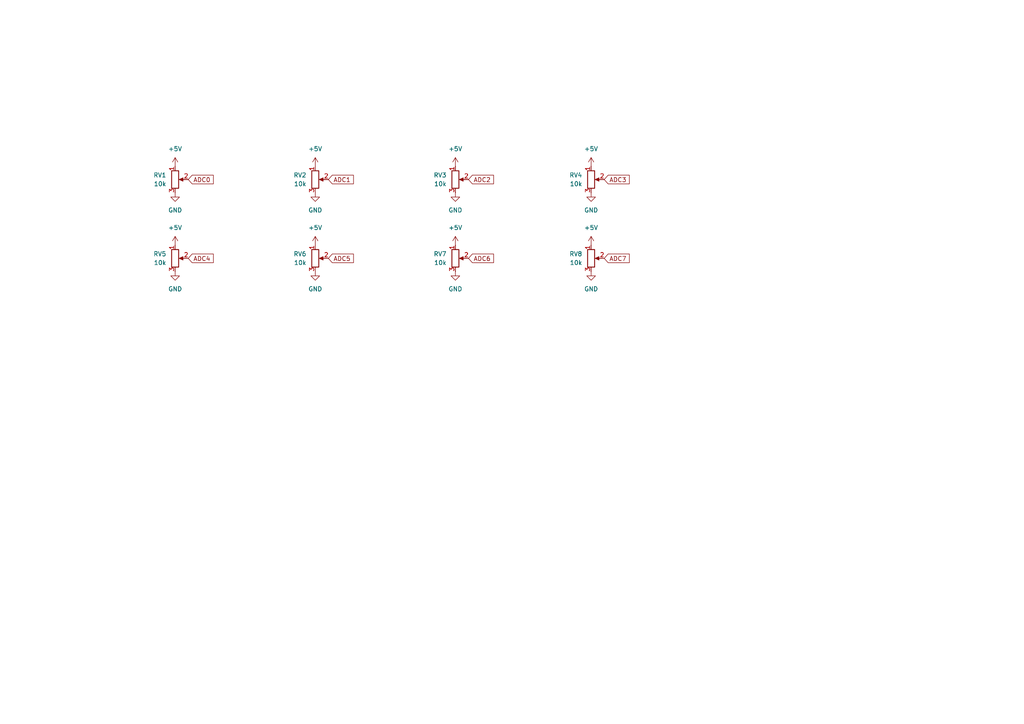
<source format=kicad_sch>
(kicad_sch (version 20231120) (generator "eeschema") (generator_version "8.0")
  (paper "A4")
  (lib_symbols
    (symbol "Device:R_Potentiometer" (pin_names (offset 1.016) hide)
      (property "Reference" "RV" (at -4.445 0 90))
      (property "Value" "R_Potentiometer" (at -2.54 0 90))
      (symbol "R_Potentiometer_0_1"
        (polyline (pts (xy 2.54 0) (xy 1.524 0)))
        (polyline (pts (xy 1.143 0) (xy 2.286 0.508) (xy 2.286 -0.508) (xy 1.143 0)) (fill (type outline)))
        (rectangle (start 1.016 2.54) (end -1.016 -2.54) (stroke (width 0.254)))
      )
      (symbol "R_Potentiometer_1_1"
        (pin passive line (at 0 3.81 270) (length 1.27) (name "1") (number "1"))
        (pin passive line (at 3.81 0 180) (length 1.27) (name "2") (number "2"))
        (pin passive line (at 0 -3.81 90) (length 1.27) (name "3") (number "3"))
      )
    )
    (symbol "power:+5V" (power) (pin_numbers hide) (pin_names (offset 0) hide)
      (property "Value" "+5V" (at 0 3.556 0))
      (symbol "+5V_0_1"
        (polyline (pts (xy -0.762 1.27) (xy 0 2.54)))
        (polyline (pts (xy 0 0) (xy 0 2.54)))
        (polyline (pts (xy 0 2.54) (xy 0.762 1.27)))
      )
      (symbol "+5V_1_1"
        (pin power_in line (at 0 0 90) (length 0) (name "~") (number "1"))
      )
    )
    (symbol "power:GND" (power) (pin_numbers hide) (pin_names (offset 0) hide)
      (property "Value" "GND" (at 0 -3.81 0))
      (symbol "GND_0_1"
        (polyline (pts (xy 0 0) (xy 0 -1.27) (xy 1.27 -1.27) (xy 0 -2.54) (xy -1.27 -1.27) (xy 0 -1.27)))
      )
      (symbol "GND_1_1"
        (pin power_in line (at 0 0 270) (length 0) (name "~") (number "1"))
      )
    )
  )
  (global_label "ADC4" (shape input) (at 54.61 74.93 0) (property "Intersheetrefs" "${INTERSHEET_REFS}" (effects (hide yes))))
  (global_label "ADC3" (shape input) (at 175.26 52.07 0) (property "Intersheetrefs" "${INTERSHEET_REFS}" (effects (hide yes))))
  (global_label "ADC6" (shape input) (at 135.89 74.93 0) (property "Intersheetrefs" "${INTERSHEET_REFS}" (effects (hide yes))))
  (global_label "ADC0" (shape input) (at 54.61 52.07 0) (property "Intersheetrefs" "${INTERSHEET_REFS}" (effects (hide yes))))
  (global_label "ADC5" (shape input) (at 95.25 74.93 0) (property "Intersheetrefs" "${INTERSHEET_REFS}" (effects (hide yes))))
  (global_label "ADC1" (shape input) (at 95.25 52.07 0) (property "Intersheetrefs" "${INTERSHEET_REFS}" (effects (hide yes))))
  (global_label "ADC7" (shape input) (at 175.26 74.93 0) (property "Intersheetrefs" "${INTERSHEET_REFS}" (effects (hide yes))))
  (global_label "ADC2" (shape input) (at 135.89 52.07 0) (property "Intersheetrefs" "${INTERSHEET_REFS}" (effects (hide yes))))
  (symbol (lib_id "Device:R_Potentiometer") (at 171.45 52.07 0) (unit 1)
    (property "Reference" "RV4" (at 168.91 50.7999 0) (effects (justify right)))
    (property "Value" "10k" (at 168.91 53.3399 0) (effects (justify right)))
    (property "Footprint" "Potentiometer_THT:Potentiometer_Bourns_3296W_Vertical" (effects (hide yes)))
    (property "Description" "Potentiometer" (effects (hide yes)))
  )
  (symbol (lib_id "power:+5V") (at 91.44 71.12 0) (unit 1)
    (property "Reference" "#PWR043" (effects (hide yes)))
    (property "Value" "+5V" (at 91.44 66.04 0))
    (property "Description" "Power symbol creates a global label with name \"+5V\"" (effects (hide yes)))
  )
  (symbol (lib_id "Device:R_Potentiometer") (at 91.44 74.93 0) (unit 1)
    (property "Reference" "RV6" (at 88.9 73.6599 0) (effects (justify right)))
    (property "Value" "10k" (at 88.9 76.1999 0) (effects (justify right)))
    (property "Footprint" "Potentiometer_THT:Potentiometer_Bourns_3296W_Vertical" (effects (hide yes)))
    (property "Description" "Potentiometer" (effects (hide yes)))
  )
  (symbol (lib_id "Device:R_Potentiometer") (at 132.08 74.93 0) (unit 1)
    (property "Reference" "RV7" (at 129.54 73.6599 0) (effects (justify right)))
    (property "Value" "10k" (at 129.54 76.1999 0) (effects (justify right)))
    (property "Footprint" "Potentiometer_THT:Potentiometer_Bourns_3296W_Vertical" (effects (hide yes)))
    (property "Description" "Potentiometer" (effects (hide yes)))
  )
  (symbol (lib_id "power:GND") (at 91.44 55.88 0) (unit 1)
    (property "Reference" "#PWR039" (effects (hide yes)))
    (property "Value" "GND" (at 91.44 60.96 0))
    (property "Description" "Power symbol creates a global label with name \"GND\" , ground" (effects (hide yes)))
  )
  (symbol (lib_id "power:GND") (at 132.08 55.88 0) (unit 1)
    (property "Reference" "#PWR040" (effects (hide yes)))
    (property "Value" "GND" (at 132.08 60.96 0))
    (property "Description" "Power symbol creates a global label with name \"GND\" , ground" (effects (hide yes)))
  )
  (symbol (lib_id "power:+5V") (at 50.8 48.26 0) (unit 1)
    (property "Reference" "#PWR034" (effects (hide yes)))
    (property "Value" "+5V" (at 50.8 43.18 0))
    (property "Description" "Power symbol creates a global label with name \"+5V\"" (effects (hide yes)))
  )
  (symbol (lib_id "power:+5V") (at 171.45 71.12 0) (unit 1)
    (property "Reference" "#PWR045" (effects (hide yes)))
    (property "Value" "+5V" (at 171.45 66.04 0))
    (property "Description" "Power symbol creates a global label with name \"+5V\"" (effects (hide yes)))
  )
  (symbol (lib_id "Device:R_Potentiometer") (at 50.8 52.07 0) (unit 1)
    (property "Reference" "RV1" (at 48.26 50.7999 0) (effects (justify right)))
    (property "Value" "10k" (at 48.26 53.3399 0) (effects (justify right)))
    (property "Footprint" "Potentiometer_THT:Potentiometer_Bourns_3296W_Vertical" (effects (hide yes)))
    (property "Description" "Potentiometer" (effects (hide yes)))
  )
  (symbol (lib_id "power:+5V") (at 132.08 71.12 0) (unit 1)
    (property "Reference" "#PWR044" (effects (hide yes)))
    (property "Value" "+5V" (at 132.08 66.04 0))
    (property "Description" "Power symbol creates a global label with name \"+5V\"" (effects (hide yes)))
  )
  (symbol (lib_id "Device:R_Potentiometer") (at 50.8 74.93 0) (unit 1)
    (property "Reference" "RV5" (at 48.26 73.6599 0) (effects (justify right)))
    (property "Value" "10k" (at 48.26 76.1999 0) (effects (justify right)))
    (property "Footprint" "Potentiometer_THT:Potentiometer_Bourns_3296W_Vertical" (effects (hide yes)))
    (property "Description" "Potentiometer" (effects (hide yes)))
  )
  (symbol (lib_id "power:GND") (at 171.45 55.88 0) (unit 1)
    (property "Reference" "#PWR041" (effects (hide yes)))
    (property "Value" "GND" (at 171.45 60.96 0))
    (property "Description" "Power symbol creates a global label with name \"GND\" , ground" (effects (hide yes)))
  )
  (symbol (lib_id "Device:R_Potentiometer") (at 132.08 52.07 0) (unit 1)
    (property "Reference" "RV3" (at 129.54 50.7999 0) (effects (justify right)))
    (property "Value" "10k" (at 129.54 53.3399 0) (effects (justify right)))
    (property "Footprint" "Potentiometer_THT:Potentiometer_Bourns_3296W_Vertical" (effects (hide yes)))
    (property "Description" "Potentiometer" (effects (hide yes)))
  )
  (symbol (lib_id "power:+5V") (at 132.08 48.26 0) (unit 1)
    (property "Reference" "#PWR036" (effects (hide yes)))
    (property "Value" "+5V" (at 132.08 43.18 0))
    (property "Description" "Power symbol creates a global label with name \"+5V\"" (effects (hide yes)))
  )
  (symbol (lib_id "power:GND") (at 91.44 78.74 0) (unit 1)
    (property "Reference" "#PWR047" (effects (hide yes)))
    (property "Value" "GND" (at 91.44 83.82 0))
    (property "Description" "Power symbol creates a global label with name \"GND\" , ground" (effects (hide yes)))
  )
  (symbol (lib_id "power:GND") (at 171.45 78.74 0) (unit 1)
    (property "Reference" "#PWR049" (effects (hide yes)))
    (property "Value" "GND" (at 171.45 83.82 0))
    (property "Description" "Power symbol creates a global label with name \"GND\" , ground" (effects (hide yes)))
  )
  (symbol (lib_id "power:+5V") (at 50.8 71.12 0) (unit 1)
    (property "Reference" "#PWR042" (effects (hide yes)))
    (property "Value" "+5V" (at 50.8 66.04 0))
    (property "Description" "Power symbol creates a global label with name \"+5V\"" (effects (hide yes)))
  )
  (symbol (lib_id "power:GND") (at 132.08 78.74 0) (unit 1)
    (property "Reference" "#PWR048" (effects (hide yes)))
    (property "Value" "GND" (at 132.08 83.82 0))
    (property "Description" "Power symbol creates a global label with name \"GND\" , ground" (effects (hide yes)))
  )
  (symbol (lib_id "power:+5V") (at 91.44 48.26 0) (unit 1)
    (property "Reference" "#PWR035" (effects (hide yes)))
    (property "Value" "+5V" (at 91.44 43.18 0))
    (property "Description" "Power symbol creates a global label with name \"+5V\"" (effects (hide yes)))
  )
  (symbol (lib_id "Device:R_Potentiometer") (at 91.44 52.07 0) (unit 1)
    (property "Reference" "RV2" (at 88.9 50.7999 0) (effects (justify right)))
    (property "Value" "10k" (at 88.9 53.3399 0) (effects (justify right)))
    (property "Footprint" "Potentiometer_THT:Potentiometer_Bourns_3296W_Vertical" (effects (hide yes)))
    (property "Description" "Potentiometer" (effects (hide yes)))
  )
  (symbol (lib_id "power:GND") (at 50.8 55.88 0) (unit 1)
    (property "Reference" "#PWR038" (effects (hide yes)))
    (property "Value" "GND" (at 50.8 60.96 0))
    (property "Description" "Power symbol creates a global label with name \"GND\" , ground" (effects (hide yes)))
  )
  (symbol (lib_id "Device:R_Potentiometer") (at 171.45 74.93 0) (unit 1)
    (property "Reference" "RV8" (at 168.91 73.6599 0) (effects (justify right)))
    (property "Value" "10k" (at 168.91 76.1999 0) (effects (justify right)))
    (property "Footprint" "Potentiometer_THT:Potentiometer_Bourns_3296W_Vertical" (effects (hide yes)))
    (property "Description" "Potentiometer" (effects (hide yes)))
  )
  (symbol (lib_id "power:GND") (at 50.8 78.74 0) (unit 1)
    (property "Reference" "#PWR046" (effects (hide yes)))
    (property "Value" "GND" (at 50.8 83.82 0))
    (property "Description" "Power symbol creates a global label with name \"GND\" , ground" (effects (hide yes)))
  )
  (symbol (lib_id "power:+5V") (at 171.45 48.26 0) (unit 1)
    (property "Reference" "#PWR037" (effects (hide yes)))
    (property "Value" "+5V" (at 171.45 43.18 0))
    (property "Description" "Power symbol creates a global label with name \"+5V\"" (effects (hide yes)))
  )
)
</source>
